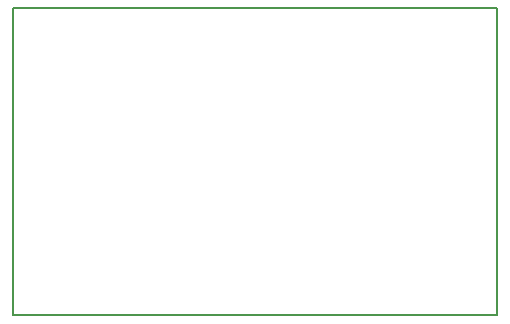
<source format=gbr>
G04 #@! TF.FileFunction,Profile,NP*
%FSLAX46Y46*%
G04 Gerber Fmt 4.6, Leading zero omitted, Abs format (unit mm)*
G04 Created by KiCad (PCBNEW 4.0.5) date 04/11/17 14:07:49*
%MOMM*%
%LPD*%
G01*
G04 APERTURE LIST*
%ADD10C,0.100000*%
%ADD11C,0.150000*%
G04 APERTURE END LIST*
D10*
D11*
X116000000Y-24000000D02*
X116000000Y-50000000D01*
X75000000Y-24000000D02*
X116000000Y-24000000D01*
X75000000Y-50000000D02*
X75000000Y-24000000D01*
X116000000Y-50000000D02*
X75000000Y-50000000D01*
M02*

</source>
